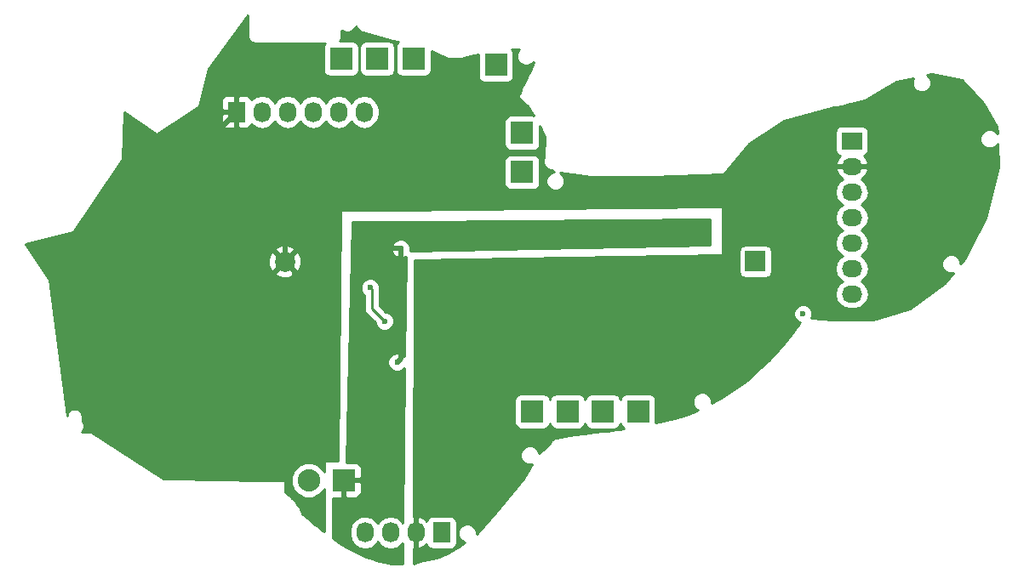
<source format=gbl>
G04 #@! TF.FileFunction,Copper,L2,Bot,Signal*
%FSLAX46Y46*%
G04 Gerber Fmt 4.6, Leading zero omitted, Abs format (unit mm)*
G04 Created by KiCad (PCBNEW (2015-04-17 BZR 5609)-product) date Sunday, 21 June 2015 08:11:59 pm*
%MOMM*%
G01*
G04 APERTURE LIST*
%ADD10C,0.100000*%
%ADD11C,2.235200*%
%ADD12R,1.727200X2.032000*%
%ADD13O,1.727200X2.032000*%
%ADD14R,2.235200X2.235200*%
%ADD15R,2.000000X2.000000*%
%ADD16C,2.000000*%
%ADD17R,2.032000X1.727200*%
%ADD18O,2.032000X1.727200*%
%ADD19C,0.600000*%
%ADD20C,0.500000*%
%ADD21C,0.250000*%
%ADD22C,0.254000*%
G04 APERTURE END LIST*
D10*
D11*
X137769600Y-126187200D03*
D12*
X130606800Y-89509600D03*
D13*
X133146800Y-89509600D03*
X135686800Y-89509600D03*
X138226800Y-89509600D03*
X140766800Y-89509600D03*
X143306800Y-89509600D03*
D14*
X160020000Y-119329200D03*
X163525200Y-119329200D03*
X167030400Y-119329200D03*
X170535600Y-119329200D03*
X159000000Y-91600000D03*
X156400000Y-84800000D03*
X148200000Y-84200000D03*
X144600000Y-84200000D03*
X141000000Y-84200000D03*
X159004000Y-95504000D03*
D15*
X182210800Y-104394000D03*
D16*
X135400800Y-104404000D03*
D12*
X151000000Y-131400000D03*
D13*
X148460000Y-131400000D03*
X145920000Y-131400000D03*
X143380000Y-131400000D03*
D14*
X141274800Y-126187200D03*
D17*
X191800000Y-92400000D03*
D18*
X191800000Y-94940000D03*
X191800000Y-97480000D03*
X191800000Y-100020000D03*
X191800000Y-102560000D03*
X191800000Y-105100000D03*
X191800000Y-107640000D03*
D19*
X186944000Y-109601000D03*
X146939000Y-103124000D03*
X143002000Y-100965000D03*
X146621500Y-114427000D03*
X165481000Y-101346000D03*
X157734000Y-101346000D03*
X146050000Y-134112000D03*
X152400000Y-106680000D03*
X137160000Y-113284000D03*
X119481600Y-120548400D03*
X143891000Y-107010200D03*
X145313400Y-110337600D03*
D20*
X146939000Y-103124000D02*
X146939000Y-114109500D01*
X143002000Y-101981000D02*
X144145000Y-103124000D01*
X144145000Y-103124000D02*
X146939000Y-103124000D01*
X143002000Y-100965000D02*
X143002000Y-101981000D01*
X146939000Y-114109500D02*
X146621500Y-114427000D01*
X136398000Y-105381200D02*
X135400800Y-104384000D01*
X136398000Y-112522000D02*
X136398000Y-105381200D01*
X137160000Y-113284000D02*
X136398000Y-112522000D01*
X124968000Y-95148400D02*
X130606800Y-89509600D01*
X124968000Y-115062000D02*
X124968000Y-95148400D01*
X119481600Y-120548400D02*
X124968000Y-115062000D01*
X135400800Y-104384000D02*
X135400800Y-101415600D01*
D21*
X135400800Y-101415600D02*
X130606800Y-96621600D01*
D20*
X130606800Y-96621600D02*
X130606800Y-89509600D01*
D21*
X143891000Y-107010200D02*
X144056100Y-107175300D01*
X144056100Y-107175300D02*
X144056100Y-109080300D01*
X144056100Y-109080300D02*
X145313400Y-110337600D01*
D22*
G36*
X206374511Y-94982323D02*
X205112361Y-100030922D01*
X202965718Y-104197934D01*
X202611001Y-104647241D01*
X202611162Y-104462833D01*
X202469117Y-104119057D01*
X202206327Y-103855808D01*
X201862799Y-103713162D01*
X201490833Y-103712838D01*
X201147057Y-103854883D01*
X200883808Y-104117673D01*
X200741162Y-104461201D01*
X200740838Y-104833167D01*
X200882883Y-105176943D01*
X201145673Y-105440192D01*
X201489201Y-105582838D01*
X201861167Y-105583162D01*
X201877417Y-105576447D01*
X201079500Y-106587143D01*
X197554825Y-109104769D01*
X193909746Y-110236000D01*
X193483345Y-110236000D01*
X193483345Y-107640000D01*
X193369271Y-107066511D01*
X193044415Y-106580330D01*
X192729634Y-106370000D01*
X193044415Y-106159670D01*
X193369271Y-105673489D01*
X193483345Y-105100000D01*
X193369271Y-104526511D01*
X193044415Y-104040330D01*
X192729634Y-103830000D01*
X193044415Y-103619670D01*
X193369271Y-103133489D01*
X193483345Y-102560000D01*
X193369271Y-101986511D01*
X193044415Y-101500330D01*
X192729634Y-101290000D01*
X193044415Y-101079670D01*
X193369271Y-100593489D01*
X193483345Y-100020000D01*
X193369271Y-99446511D01*
X193044415Y-98960330D01*
X192729634Y-98750000D01*
X193044415Y-98539670D01*
X193369271Y-98053489D01*
X193483345Y-97480000D01*
X193463440Y-97379930D01*
X193463440Y-93263600D01*
X193463440Y-91536400D01*
X193416463Y-91294277D01*
X193276673Y-91081473D01*
X193065640Y-90939023D01*
X192816000Y-90888960D01*
X190784000Y-90888960D01*
X190541877Y-90935937D01*
X190329073Y-91075727D01*
X190186623Y-91286760D01*
X190136560Y-91536400D01*
X190136560Y-93263600D01*
X190183537Y-93505723D01*
X190323327Y-93718527D01*
X190534360Y-93860977D01*
X190626645Y-93879483D01*
X190449268Y-94037964D01*
X190195291Y-94565209D01*
X190192642Y-94580974D01*
X190313783Y-94813000D01*
X191673000Y-94813000D01*
X191673000Y-94793000D01*
X191927000Y-94793000D01*
X191927000Y-94813000D01*
X193286217Y-94813000D01*
X193407358Y-94580974D01*
X193404709Y-94565209D01*
X193150732Y-94037964D01*
X192974298Y-93880326D01*
X193058123Y-93864063D01*
X193270927Y-93724273D01*
X193413377Y-93513240D01*
X193463440Y-93263600D01*
X193463440Y-97379930D01*
X193369271Y-96906511D01*
X193044415Y-96420330D01*
X192734930Y-96213539D01*
X193150732Y-95842036D01*
X193404709Y-95314791D01*
X193407358Y-95299026D01*
X193286217Y-95067000D01*
X191927000Y-95067000D01*
X191927000Y-95087000D01*
X191673000Y-95087000D01*
X191673000Y-95067000D01*
X190313783Y-95067000D01*
X190192642Y-95299026D01*
X190195291Y-95314791D01*
X190449268Y-95842036D01*
X190865069Y-96213539D01*
X190555585Y-96420330D01*
X190230729Y-96906511D01*
X190116655Y-97480000D01*
X190230729Y-98053489D01*
X190555585Y-98539670D01*
X190870365Y-98750000D01*
X190555585Y-98960330D01*
X190230729Y-99446511D01*
X190116655Y-100020000D01*
X190230729Y-100593489D01*
X190555585Y-101079670D01*
X190870365Y-101290000D01*
X190555585Y-101500330D01*
X190230729Y-101986511D01*
X190116655Y-102560000D01*
X190230729Y-103133489D01*
X190555585Y-103619670D01*
X190870365Y-103830000D01*
X190555585Y-104040330D01*
X190230729Y-104526511D01*
X190116655Y-105100000D01*
X190230729Y-105673489D01*
X190555585Y-106159670D01*
X190870365Y-106370000D01*
X190555585Y-106580330D01*
X190230729Y-107066511D01*
X190116655Y-107640000D01*
X190230729Y-108213489D01*
X190555585Y-108699670D01*
X191041766Y-109024526D01*
X191615255Y-109138600D01*
X191984745Y-109138600D01*
X192558234Y-109024526D01*
X193044415Y-108699670D01*
X193369271Y-108213489D01*
X193483345Y-107640000D01*
X193483345Y-110236000D01*
X189871034Y-110236000D01*
X187775595Y-110036434D01*
X187878838Y-109787799D01*
X187879162Y-109415833D01*
X187737117Y-109072057D01*
X187474327Y-108808808D01*
X187130799Y-108666162D01*
X186758833Y-108665838D01*
X186415057Y-108807883D01*
X186151808Y-109070673D01*
X186009162Y-109414201D01*
X186008838Y-109786167D01*
X186150883Y-110129943D01*
X186413673Y-110393192D01*
X186636657Y-110485783D01*
X186571210Y-110570647D01*
X186567945Y-110577225D01*
X186562511Y-110582174D01*
X186473112Y-110703291D01*
X186471904Y-110705858D01*
X186469823Y-110707785D01*
X186404478Y-110797836D01*
X185732686Y-111688794D01*
X185043299Y-112541876D01*
X184335720Y-113358604D01*
X183858240Y-113872121D01*
X183858240Y-105394000D01*
X183858240Y-103394000D01*
X183811263Y-103151877D01*
X183671473Y-102939073D01*
X183460440Y-102796623D01*
X183210800Y-102746560D01*
X181210800Y-102746560D01*
X180968677Y-102793537D01*
X180755873Y-102933327D01*
X180613423Y-103144360D01*
X180563360Y-103394000D01*
X180563360Y-105394000D01*
X180610337Y-105636123D01*
X180750127Y-105848927D01*
X180961160Y-105991377D01*
X181210800Y-106041440D01*
X183210800Y-106041440D01*
X183452923Y-105994463D01*
X183665727Y-105854673D01*
X183808177Y-105643640D01*
X183858240Y-105394000D01*
X183858240Y-113872121D01*
X183612311Y-114136612D01*
X182875480Y-114873502D01*
X182127782Y-115566791D01*
X181371670Y-116214147D01*
X181041738Y-116473539D01*
X178749441Y-118001738D01*
X177845871Y-118512451D01*
X177846162Y-118178833D01*
X177704117Y-117835057D01*
X177441327Y-117571808D01*
X177097799Y-117429162D01*
X176725833Y-117428838D01*
X176382057Y-117570883D01*
X176118808Y-117833673D01*
X175976162Y-118177201D01*
X175975838Y-118549167D01*
X176117883Y-118892943D01*
X176380673Y-119156192D01*
X176498011Y-119204915D01*
X176186486Y-119340919D01*
X175334620Y-119667624D01*
X174452335Y-119962220D01*
X174151366Y-120048865D01*
X172692718Y-120398941D01*
X172294256Y-120478633D01*
X172300640Y-120446800D01*
X172300640Y-118211600D01*
X172253663Y-117969477D01*
X172113873Y-117756673D01*
X171902840Y-117614223D01*
X171653200Y-117564160D01*
X169418000Y-117564160D01*
X169175877Y-117611137D01*
X168963073Y-117750927D01*
X168820623Y-117961960D01*
X168783205Y-118148542D01*
X168748463Y-117969477D01*
X168608673Y-117756673D01*
X168397640Y-117614223D01*
X168148000Y-117564160D01*
X165912800Y-117564160D01*
X165670677Y-117611137D01*
X165457873Y-117750927D01*
X165315423Y-117961960D01*
X165278005Y-118148542D01*
X165243263Y-117969477D01*
X165103473Y-117756673D01*
X164892440Y-117614223D01*
X164642800Y-117564160D01*
X162407600Y-117564160D01*
X162165477Y-117611137D01*
X161952673Y-117750927D01*
X161810223Y-117961960D01*
X161772805Y-118148542D01*
X161738063Y-117969477D01*
X161598273Y-117756673D01*
X161387240Y-117614223D01*
X161137600Y-117564160D01*
X158902400Y-117564160D01*
X158660277Y-117611137D01*
X158447473Y-117750927D01*
X158305023Y-117961960D01*
X158254960Y-118211600D01*
X158254960Y-120446800D01*
X158301937Y-120688923D01*
X158441727Y-120901727D01*
X158652760Y-121044177D01*
X158902400Y-121094240D01*
X161137600Y-121094240D01*
X161379723Y-121047263D01*
X161592527Y-120907473D01*
X161734977Y-120696440D01*
X161772394Y-120509857D01*
X161807137Y-120688923D01*
X161946927Y-120901727D01*
X162157960Y-121044177D01*
X162407600Y-121094240D01*
X164642800Y-121094240D01*
X164884923Y-121047263D01*
X165097727Y-120907473D01*
X165240177Y-120696440D01*
X165277594Y-120509857D01*
X165312337Y-120688923D01*
X165452127Y-120901727D01*
X165663160Y-121044177D01*
X165912800Y-121094240D01*
X168148000Y-121094240D01*
X168390123Y-121047263D01*
X168602927Y-120907473D01*
X168745377Y-120696440D01*
X168782794Y-120509857D01*
X168817537Y-120688923D01*
X168957327Y-120901727D01*
X169165983Y-121042573D01*
X169097610Y-121051401D01*
X168745752Y-121095475D01*
X168359511Y-121142669D01*
X167934308Y-121193605D01*
X167466362Y-121248811D01*
X166952126Y-121308791D01*
X166952124Y-121308791D01*
X166760577Y-121331046D01*
X166760480Y-121331077D01*
X166760380Y-121331069D01*
X166397568Y-121373329D01*
X166397362Y-121373395D01*
X166397146Y-121373378D01*
X166077334Y-121410831D01*
X166077010Y-121410935D01*
X166076675Y-121410909D01*
X165794781Y-121444198D01*
X165794313Y-121444349D01*
X165793825Y-121444312D01*
X165544770Y-121474077D01*
X165544118Y-121474289D01*
X165543438Y-121474238D01*
X165322144Y-121501126D01*
X165321290Y-121501406D01*
X165320395Y-121501341D01*
X165121780Y-121525992D01*
X165120713Y-121526345D01*
X165119594Y-121526267D01*
X164938579Y-121549325D01*
X164937335Y-121549741D01*
X164936025Y-121549655D01*
X164767533Y-121571762D01*
X164766185Y-121572218D01*
X164764765Y-121572131D01*
X164603714Y-121593930D01*
X164602376Y-121594389D01*
X164600966Y-121594308D01*
X164442278Y-121616442D01*
X164441080Y-121616858D01*
X164439814Y-121616790D01*
X164278410Y-121639901D01*
X164277449Y-121640239D01*
X164276433Y-121640187D01*
X164107232Y-121664918D01*
X164106556Y-121665158D01*
X164105840Y-121665123D01*
X163923763Y-121692118D01*
X163923057Y-121692370D01*
X163922306Y-121692335D01*
X163876194Y-121699273D01*
X163874583Y-121699852D01*
X163872877Y-121699781D01*
X163713564Y-121724550D01*
X163711806Y-121725192D01*
X163709932Y-121725124D01*
X163532265Y-121753724D01*
X163530938Y-121754217D01*
X163529526Y-121754171D01*
X163341123Y-121785283D01*
X163339999Y-121785706D01*
X163338802Y-121785671D01*
X163147283Y-121817974D01*
X163146213Y-121818380D01*
X163145066Y-121818351D01*
X162958046Y-121850527D01*
X162956893Y-121850969D01*
X162955660Y-121850942D01*
X162780761Y-121881670D01*
X162779334Y-121882223D01*
X162777809Y-121882196D01*
X162622647Y-121910157D01*
X162620574Y-121910972D01*
X162618345Y-121910946D01*
X162588557Y-121916510D01*
X162507272Y-121924639D01*
X162496893Y-121933633D01*
X162490538Y-121934821D01*
X162486749Y-121936338D01*
X162482670Y-121936339D01*
X162389838Y-121954807D01*
X162379162Y-121959229D01*
X162367613Y-121959613D01*
X162317372Y-121971354D01*
X162275309Y-121990437D01*
X162229764Y-121998118D01*
X162228606Y-121998558D01*
X162222696Y-122002260D01*
X162215848Y-122003557D01*
X162146943Y-122048677D01*
X162073977Y-122081782D01*
X162043064Y-122114819D01*
X162002123Y-122140474D01*
X161998081Y-122146155D01*
X161992248Y-122149975D01*
X161963679Y-122178018D01*
X161934382Y-122220993D01*
X161895647Y-122255704D01*
X161848588Y-122318411D01*
X161840537Y-122335185D01*
X161827364Y-122348328D01*
X161768081Y-122436824D01*
X161763270Y-122448399D01*
X161754720Y-122457567D01*
X161689480Y-122562976D01*
X161688446Y-122565739D01*
X161686451Y-122567916D01*
X161599143Y-122711683D01*
X160694195Y-123495972D01*
X160559117Y-123169057D01*
X160296327Y-122905808D01*
X159952799Y-122763162D01*
X159580833Y-122762838D01*
X159237057Y-122904883D01*
X158973808Y-123167673D01*
X158831162Y-123511201D01*
X158830838Y-123883167D01*
X158972883Y-124226943D01*
X159235673Y-124490192D01*
X159579201Y-124632838D01*
X159951167Y-124633162D01*
X159971770Y-124624648D01*
X159153157Y-126038617D01*
X156367716Y-129457113D01*
X154567184Y-131437697D01*
X154477944Y-131509003D01*
X154478162Y-131259833D01*
X154336117Y-130916057D01*
X154073327Y-130652808D01*
X153729799Y-130510162D01*
X153357833Y-130509838D01*
X153014057Y-130651883D01*
X152750808Y-130914673D01*
X152608162Y-131258201D01*
X152607838Y-131630167D01*
X152749883Y-131973943D01*
X153012673Y-132237192D01*
X153340856Y-132373466D01*
X152733002Y-132777500D01*
X152511040Y-132909613D01*
X152511040Y-132416000D01*
X152511040Y-130384000D01*
X152464063Y-130141877D01*
X152324273Y-129929073D01*
X152113240Y-129786623D01*
X151863600Y-129736560D01*
X150136400Y-129736560D01*
X149894277Y-129783537D01*
X149681473Y-129923327D01*
X149539023Y-130134360D01*
X149520516Y-130226645D01*
X149362036Y-130049268D01*
X148834791Y-129795291D01*
X148819026Y-129792642D01*
X148587000Y-129913783D01*
X148587000Y-131273000D01*
X148607000Y-131273000D01*
X148607000Y-131527000D01*
X148587000Y-131527000D01*
X148587000Y-132886217D01*
X148819026Y-133007358D01*
X148834791Y-133004709D01*
X149362036Y-132750732D01*
X149519673Y-132574298D01*
X149535937Y-132658123D01*
X149675727Y-132870927D01*
X149886760Y-133013377D01*
X150136400Y-133063440D01*
X151863600Y-133063440D01*
X152105723Y-133016463D01*
X152318527Y-132876673D01*
X152460977Y-132665640D01*
X152511040Y-132416000D01*
X152511040Y-132909613D01*
X152115291Y-133145166D01*
X151502492Y-133466796D01*
X150892799Y-133743692D01*
X150539294Y-133879311D01*
X148801832Y-134245094D01*
X148430505Y-134430757D01*
X148210209Y-134455823D01*
X148216470Y-132947057D01*
X148333000Y-132886217D01*
X148333000Y-131527000D01*
X148313000Y-131527000D01*
X148313000Y-131273000D01*
X148333000Y-131273000D01*
X148333000Y-129913783D01*
X148229281Y-129859631D01*
X148335483Y-104264918D01*
X178943000Y-103756910D01*
X178943000Y-98931684D01*
X160769040Y-99119044D01*
X160769040Y-96621600D01*
X160769040Y-94386400D01*
X160722063Y-94144277D01*
X160582273Y-93931473D01*
X160371240Y-93789023D01*
X160121600Y-93738960D01*
X157886400Y-93738960D01*
X157644277Y-93785937D01*
X157431473Y-93925727D01*
X157289023Y-94136760D01*
X157238960Y-94386400D01*
X157238960Y-96621600D01*
X157285937Y-96863723D01*
X157425727Y-97076527D01*
X157636760Y-97218977D01*
X157886400Y-97269040D01*
X160121600Y-97269040D01*
X160363723Y-97222063D01*
X160576527Y-97082273D01*
X160718977Y-96871240D01*
X160769040Y-96621600D01*
X160769040Y-99119044D01*
X146365040Y-99267539D01*
X146365040Y-85317600D01*
X146365040Y-83082400D01*
X146318063Y-82840277D01*
X146178273Y-82627473D01*
X145967240Y-82485023D01*
X145717600Y-82434960D01*
X143482400Y-82434960D01*
X143240277Y-82481937D01*
X143027473Y-82621727D01*
X142885023Y-82832760D01*
X142834960Y-83082400D01*
X142834960Y-85317600D01*
X142881937Y-85559723D01*
X143021727Y-85772527D01*
X143232760Y-85914977D01*
X143482400Y-85965040D01*
X145717600Y-85965040D01*
X145959723Y-85918063D01*
X146172527Y-85778273D01*
X146314977Y-85567240D01*
X146365040Y-85317600D01*
X146365040Y-99267539D01*
X144805400Y-99283617D01*
X144805400Y-89694345D01*
X144805400Y-89324855D01*
X144691326Y-88751366D01*
X144366470Y-88265185D01*
X143880289Y-87940329D01*
X143306800Y-87826255D01*
X142733311Y-87940329D01*
X142247130Y-88265185D01*
X142036800Y-88579965D01*
X141826470Y-88265185D01*
X141340289Y-87940329D01*
X140766800Y-87826255D01*
X140193311Y-87940329D01*
X139707130Y-88265185D01*
X139496800Y-88579965D01*
X139286470Y-88265185D01*
X138800289Y-87940329D01*
X138226800Y-87826255D01*
X137653311Y-87940329D01*
X137167130Y-88265185D01*
X136956800Y-88579965D01*
X136746470Y-88265185D01*
X136260289Y-87940329D01*
X135686800Y-87826255D01*
X135113311Y-87940329D01*
X134627130Y-88265185D01*
X134416800Y-88579965D01*
X134206470Y-88265185D01*
X133720289Y-87940329D01*
X133146800Y-87826255D01*
X132573311Y-87940329D01*
X132087130Y-88265185D01*
X132072300Y-88287379D01*
X132008727Y-88133901D01*
X131830098Y-87955273D01*
X131596709Y-87858600D01*
X130892550Y-87858600D01*
X130733800Y-88017350D01*
X130733800Y-89382600D01*
X130753800Y-89382600D01*
X130753800Y-89636600D01*
X130733800Y-89636600D01*
X130733800Y-91001850D01*
X130892550Y-91160600D01*
X131596709Y-91160600D01*
X131830098Y-91063927D01*
X132008727Y-90885299D01*
X132072300Y-90731820D01*
X132087130Y-90754015D01*
X132573311Y-91078871D01*
X133146800Y-91192945D01*
X133720289Y-91078871D01*
X134206470Y-90754015D01*
X134416800Y-90439234D01*
X134627130Y-90754015D01*
X135113311Y-91078871D01*
X135686800Y-91192945D01*
X136260289Y-91078871D01*
X136746470Y-90754015D01*
X136956800Y-90439234D01*
X137167130Y-90754015D01*
X137653311Y-91078871D01*
X138226800Y-91192945D01*
X138800289Y-91078871D01*
X139286470Y-90754015D01*
X139496800Y-90439234D01*
X139707130Y-90754015D01*
X140193311Y-91078871D01*
X140766800Y-91192945D01*
X141340289Y-91078871D01*
X141826470Y-90754015D01*
X142036800Y-90439234D01*
X142247130Y-90754015D01*
X142733311Y-91078871D01*
X143306800Y-91192945D01*
X143880289Y-91078871D01*
X144366470Y-90754015D01*
X144691326Y-90267834D01*
X144805400Y-89694345D01*
X144805400Y-99283617D01*
X141858345Y-99314000D01*
X140943566Y-99314000D01*
X140691876Y-124231400D01*
X139319000Y-124231400D01*
X139319000Y-125347600D01*
X139256248Y-125195729D01*
X138763664Y-124702285D01*
X138119743Y-124434905D01*
X137422516Y-124434297D01*
X137046708Y-124589577D01*
X137046708Y-104668539D01*
X137022656Y-104018540D01*
X136820187Y-103529736D01*
X136553332Y-103431073D01*
X136373727Y-103610678D01*
X136373727Y-103251468D01*
X136275064Y-102984613D01*
X135665339Y-102758092D01*
X135015340Y-102782144D01*
X134526536Y-102984613D01*
X134427873Y-103251468D01*
X135400800Y-104224395D01*
X136373727Y-103251468D01*
X136373727Y-103610678D01*
X135580405Y-104404000D01*
X136553332Y-105376927D01*
X136820187Y-105278264D01*
X137046708Y-104668539D01*
X137046708Y-124589577D01*
X136778129Y-124700552D01*
X136373727Y-125104249D01*
X136373727Y-105556532D01*
X135400800Y-104583605D01*
X135221195Y-104763210D01*
X135221195Y-104404000D01*
X134248268Y-103431073D01*
X133981413Y-103529736D01*
X133754892Y-104139461D01*
X133778944Y-104789460D01*
X133981413Y-105278264D01*
X134248268Y-105376927D01*
X135221195Y-104404000D01*
X135221195Y-104763210D01*
X134427873Y-105556532D01*
X134526536Y-105823387D01*
X135136261Y-106049908D01*
X135786260Y-106025856D01*
X136275064Y-105823387D01*
X136373727Y-105556532D01*
X136373727Y-125104249D01*
X136284685Y-125193136D01*
X136017305Y-125837057D01*
X136016697Y-126534284D01*
X136282952Y-127178671D01*
X136775536Y-127672115D01*
X137419457Y-127939495D01*
X138116684Y-127940103D01*
X138761071Y-127673848D01*
X139254515Y-127181264D01*
X139319000Y-127025967D01*
X139319000Y-131293223D01*
X139198272Y-131197363D01*
X138973797Y-131016190D01*
X138722543Y-130810835D01*
X138437727Y-130575915D01*
X138437472Y-130575704D01*
X138437165Y-130575451D01*
X138225131Y-130400183D01*
X138224542Y-130399865D01*
X138224119Y-130399348D01*
X137996260Y-130211732D01*
X137995298Y-130211215D01*
X137994601Y-130210369D01*
X137799709Y-130050921D01*
X137798262Y-130050150D01*
X137797214Y-130048889D01*
X137632051Y-129915053D01*
X137629904Y-129913922D01*
X137628340Y-129912067D01*
X137489667Y-129801286D01*
X137486497Y-129799645D01*
X137484167Y-129796937D01*
X137368746Y-129706651D01*
X137364070Y-129704291D01*
X137360595Y-129700373D01*
X137265189Y-129628026D01*
X137258343Y-129624698D01*
X137253172Y-129619119D01*
X137174543Y-129562154D01*
X137164712Y-129557638D01*
X137157117Y-129549938D01*
X137155504Y-129548844D01*
X137099401Y-129389824D01*
X137081767Y-129360107D01*
X137073464Y-129326563D01*
X136955180Y-129074678D01*
X136938171Y-129051612D01*
X136929012Y-129024461D01*
X136779532Y-128764426D01*
X136762710Y-128745172D01*
X136752776Y-128721614D01*
X136578013Y-128463646D01*
X136559924Y-128445787D01*
X136548359Y-128423152D01*
X136354222Y-128177466D01*
X136335876Y-128161833D01*
X136323446Y-128141183D01*
X136175810Y-127978907D01*
X136152558Y-127961730D01*
X136135638Y-127938291D01*
X135825388Y-127649737D01*
X135796352Y-127631822D01*
X135773758Y-127606259D01*
X135458200Y-127366069D01*
X135458200Y-126214197D01*
X131051320Y-126158413D01*
X131002989Y-126157652D01*
X131002465Y-126157747D01*
X131001943Y-126157636D01*
X130705637Y-126153419D01*
X130705256Y-126153489D01*
X130704879Y-126153409D01*
X130479800Y-126150454D01*
X130479800Y-91001850D01*
X130479800Y-89636600D01*
X130479800Y-89382600D01*
X130479800Y-88017350D01*
X130321050Y-87858600D01*
X129616891Y-87858600D01*
X129383502Y-87955273D01*
X129204873Y-88133901D01*
X129108200Y-88367290D01*
X129108200Y-88619909D01*
X129108200Y-89223850D01*
X129266950Y-89382600D01*
X130479800Y-89382600D01*
X130479800Y-89636600D01*
X129266950Y-89636600D01*
X129108200Y-89795350D01*
X129108200Y-90399291D01*
X129108200Y-90651910D01*
X129204873Y-90885299D01*
X129383502Y-91063927D01*
X129616891Y-91160600D01*
X130321050Y-91160600D01*
X130479800Y-91001850D01*
X130479800Y-126150454D01*
X130372390Y-126149045D01*
X130372120Y-126149095D01*
X130371851Y-126149038D01*
X130000736Y-126144459D01*
X130000546Y-126144494D01*
X130000361Y-126144455D01*
X129588175Y-126139595D01*
X129588052Y-126139617D01*
X129587929Y-126139592D01*
X129345368Y-126136819D01*
X123545253Y-126063400D01*
X123328557Y-126059438D01*
X116163025Y-121333236D01*
X115755057Y-121360433D01*
X115749374Y-121359933D01*
X115640155Y-121342702D01*
X115617000Y-121348275D01*
X115593272Y-121346186D01*
X115530587Y-121353015D01*
X115494406Y-121364400D01*
X115456485Y-121365229D01*
X115359046Y-121386834D01*
X115191881Y-121397979D01*
X115282692Y-121307327D01*
X115425338Y-120963799D01*
X115425662Y-120591833D01*
X115283617Y-120248057D01*
X115250500Y-120214882D01*
X115250500Y-119824500D01*
X115192648Y-119533661D01*
X115027901Y-119287099D01*
X114781339Y-119122352D01*
X114490500Y-119064500D01*
X114199661Y-119122352D01*
X113953099Y-119287099D01*
X113788352Y-119533661D01*
X113736487Y-119794399D01*
X111983765Y-106177095D01*
X109628835Y-102644700D01*
X114377746Y-101457472D01*
X119302583Y-94224117D01*
X119448908Y-89541730D01*
X122681202Y-91745567D01*
X126908100Y-88927635D01*
X127828403Y-85246420D01*
X131750600Y-79867407D01*
X131750600Y-81991200D01*
X131802743Y-82253338D01*
X131951232Y-82475568D01*
X132173462Y-82624057D01*
X132435600Y-82676200D01*
X139390703Y-82676200D01*
X139285023Y-82832760D01*
X139234960Y-83082400D01*
X139234960Y-85317600D01*
X139281937Y-85559723D01*
X139421727Y-85772527D01*
X139632760Y-85914977D01*
X139882400Y-85965040D01*
X142117600Y-85965040D01*
X142359723Y-85918063D01*
X142572527Y-85778273D01*
X142714977Y-85567240D01*
X142765040Y-85317600D01*
X142765040Y-83082400D01*
X142718063Y-82840277D01*
X142578273Y-82627473D01*
X142367240Y-82485023D01*
X142117600Y-82434960D01*
X140871901Y-82434960D01*
X140993257Y-82253338D01*
X141045400Y-81991200D01*
X141045400Y-81407867D01*
X141074673Y-81437192D01*
X141418201Y-81579838D01*
X141790167Y-81580162D01*
X142133943Y-81438117D01*
X142397192Y-81175327D01*
X142488984Y-80954268D01*
X142927450Y-81518010D01*
X146145583Y-82419088D01*
X146730477Y-82554063D01*
X146627473Y-82621727D01*
X146485023Y-82832760D01*
X146434960Y-83082400D01*
X146434960Y-85317600D01*
X146481937Y-85559723D01*
X146621727Y-85772527D01*
X146832760Y-85914977D01*
X147082400Y-85965040D01*
X149317600Y-85965040D01*
X149559723Y-85918063D01*
X149772527Y-85778273D01*
X149914977Y-85567240D01*
X149965040Y-85317600D01*
X149965040Y-83427084D01*
X151609611Y-84201000D01*
X152459067Y-84201000D01*
X152462182Y-84203117D01*
X152569304Y-84225305D01*
X152674535Y-84255154D01*
X152699390Y-84252250D01*
X152723901Y-84257327D01*
X152831360Y-84236831D01*
X152940003Y-84224139D01*
X153443660Y-84061326D01*
X153450220Y-84059238D01*
X154634960Y-83803078D01*
X154634960Y-85917600D01*
X154681937Y-86159723D01*
X154821727Y-86372527D01*
X155032760Y-86514977D01*
X155282400Y-86565040D01*
X157517600Y-86565040D01*
X157759723Y-86518063D01*
X157972527Y-86378273D01*
X158114977Y-86167240D01*
X158165040Y-85917600D01*
X158165040Y-83682400D01*
X158118063Y-83440277D01*
X157985808Y-83238944D01*
X158695963Y-83313697D01*
X158592808Y-83416673D01*
X158450162Y-83760201D01*
X158449838Y-84132167D01*
X158591883Y-84475943D01*
X158854673Y-84739192D01*
X159198201Y-84881838D01*
X159570167Y-84882162D01*
X159913943Y-84740117D01*
X160127123Y-84527308D01*
X159804852Y-85386696D01*
X159710956Y-85588739D01*
X159597789Y-85823167D01*
X159464218Y-86092345D01*
X159307272Y-86402641D01*
X159234837Y-86545189D01*
X159234616Y-86545975D01*
X159234111Y-86546621D01*
X159146938Y-86719171D01*
X159146662Y-86720160D01*
X159146033Y-86720970D01*
X159068741Y-86875086D01*
X159068395Y-86876341D01*
X159067599Y-86877373D01*
X159002849Y-87007692D01*
X159002329Y-87009607D01*
X159001126Y-87011185D01*
X158951580Y-87112343D01*
X158950540Y-87116263D01*
X158948119Y-87119515D01*
X158916439Y-87186146D01*
X158912290Y-87202567D01*
X158902846Y-87216629D01*
X158891695Y-87243369D01*
X158884003Y-87281561D01*
X158866056Y-87316141D01*
X158864786Y-87330858D01*
X158859324Y-87342450D01*
X158855468Y-87423244D01*
X158851270Y-87444085D01*
X158850970Y-87445277D01*
X158850995Y-87445452D01*
X158838926Y-87505382D01*
X158846435Y-87543610D01*
X158843087Y-87582426D01*
X158843191Y-87583365D01*
X158844937Y-87588882D01*
X158591607Y-88032212D01*
X159542151Y-88982757D01*
X160169505Y-89845369D01*
X160117600Y-89834960D01*
X157882400Y-89834960D01*
X157640277Y-89881937D01*
X157427473Y-90021727D01*
X157285023Y-90232760D01*
X157234960Y-90482400D01*
X157234960Y-92717600D01*
X157281937Y-92959723D01*
X157421727Y-93172527D01*
X157632760Y-93314977D01*
X157882400Y-93365040D01*
X160117600Y-93365040D01*
X160359723Y-93318063D01*
X160572527Y-93178273D01*
X160714977Y-92967240D01*
X160765040Y-92717600D01*
X160765040Y-90876160D01*
X161252075Y-92012578D01*
X161247786Y-92351243D01*
X161231608Y-92752492D01*
X161203793Y-93199686D01*
X161164208Y-93699016D01*
X161152258Y-93842811D01*
X161152509Y-93845020D01*
X161151911Y-93847159D01*
X161139617Y-94007447D01*
X161139914Y-94009916D01*
X161139261Y-94012316D01*
X161129206Y-94156921D01*
X161129634Y-94160275D01*
X161128778Y-94163545D01*
X161121765Y-94280814D01*
X161122682Y-94287485D01*
X161121102Y-94294034D01*
X161117937Y-94372317D01*
X161119165Y-94380127D01*
X161117486Y-94387851D01*
X161114607Y-94550302D01*
X161119144Y-94575434D01*
X161115570Y-94600722D01*
X161142748Y-94706163D01*
X161162096Y-94813323D01*
X161175906Y-94834806D01*
X161182281Y-94859537D01*
X161247741Y-94946551D01*
X161306624Y-95038149D01*
X161327604Y-95052712D01*
X161342958Y-95073121D01*
X161436734Y-95128461D01*
X161526188Y-95190553D01*
X161551144Y-95195978D01*
X161573139Y-95208958D01*
X161712979Y-95257919D01*
X161724791Y-95259588D01*
X161735269Y-95265297D01*
X161835536Y-95296589D01*
X161859735Y-95299167D01*
X161881869Y-95309284D01*
X161966614Y-95329337D01*
X162191598Y-95457899D01*
X162120833Y-95457838D01*
X161777057Y-95599883D01*
X161513808Y-95862673D01*
X161371162Y-96206201D01*
X161370838Y-96578167D01*
X161512883Y-96921943D01*
X161775673Y-97185192D01*
X162119201Y-97327838D01*
X162491167Y-97328162D01*
X162834943Y-97186117D01*
X163098192Y-96923327D01*
X163240838Y-96579799D01*
X163241162Y-96207833D01*
X163099117Y-95864057D01*
X162836327Y-95600808D01*
X162763790Y-95570687D01*
X165852974Y-96012000D01*
X171833267Y-96012000D01*
X179004239Y-95755894D01*
X181568080Y-92679284D01*
X185091253Y-90414388D01*
X190043386Y-89063805D01*
X190161823Y-89046533D01*
X190162286Y-89046368D01*
X190162775Y-89046393D01*
X190348076Y-89019103D01*
X190348710Y-89018876D01*
X190349383Y-89018909D01*
X190504168Y-88995808D01*
X190505270Y-88995412D01*
X190506443Y-88995465D01*
X190620793Y-88978006D01*
X190621805Y-88977639D01*
X190622882Y-88977684D01*
X190966012Y-88924211D01*
X191089043Y-88879168D01*
X191212384Y-88835110D01*
X191355543Y-88749406D01*
X193087044Y-88384880D01*
X196262245Y-86479759D01*
X197948368Y-86118446D01*
X197820162Y-86427201D01*
X197819838Y-86799167D01*
X197961883Y-87142943D01*
X198224673Y-87406192D01*
X198568201Y-87548838D01*
X198940167Y-87549162D01*
X199283943Y-87407117D01*
X199547192Y-87144327D01*
X199689838Y-86800799D01*
X199690162Y-86428833D01*
X199548117Y-86085057D01*
X199293672Y-85830167D01*
X199771370Y-85727804D01*
X202754054Y-86349196D01*
X204875507Y-88595441D01*
X206249061Y-90967944D01*
X206270836Y-91664762D01*
X206016327Y-91409808D01*
X205672799Y-91267162D01*
X205300833Y-91266838D01*
X204957057Y-91408883D01*
X204693808Y-91671673D01*
X204551162Y-92015201D01*
X204550838Y-92387167D01*
X204692883Y-92730943D01*
X204955673Y-92994192D01*
X205299201Y-93136838D01*
X205671167Y-93137162D01*
X206014943Y-92995117D01*
X206278192Y-92732327D01*
X206302378Y-92674080D01*
X206374511Y-94982323D01*
X206374511Y-94982323D01*
G37*
X206374511Y-94982323D02*
X205112361Y-100030922D01*
X202965718Y-104197934D01*
X202611001Y-104647241D01*
X202611162Y-104462833D01*
X202469117Y-104119057D01*
X202206327Y-103855808D01*
X201862799Y-103713162D01*
X201490833Y-103712838D01*
X201147057Y-103854883D01*
X200883808Y-104117673D01*
X200741162Y-104461201D01*
X200740838Y-104833167D01*
X200882883Y-105176943D01*
X201145673Y-105440192D01*
X201489201Y-105582838D01*
X201861167Y-105583162D01*
X201877417Y-105576447D01*
X201079500Y-106587143D01*
X197554825Y-109104769D01*
X193909746Y-110236000D01*
X193483345Y-110236000D01*
X193483345Y-107640000D01*
X193369271Y-107066511D01*
X193044415Y-106580330D01*
X192729634Y-106370000D01*
X193044415Y-106159670D01*
X193369271Y-105673489D01*
X193483345Y-105100000D01*
X193369271Y-104526511D01*
X193044415Y-104040330D01*
X192729634Y-103830000D01*
X193044415Y-103619670D01*
X193369271Y-103133489D01*
X193483345Y-102560000D01*
X193369271Y-101986511D01*
X193044415Y-101500330D01*
X192729634Y-101290000D01*
X193044415Y-101079670D01*
X193369271Y-100593489D01*
X193483345Y-100020000D01*
X193369271Y-99446511D01*
X193044415Y-98960330D01*
X192729634Y-98750000D01*
X193044415Y-98539670D01*
X193369271Y-98053489D01*
X193483345Y-97480000D01*
X193463440Y-97379930D01*
X193463440Y-93263600D01*
X193463440Y-91536400D01*
X193416463Y-91294277D01*
X193276673Y-91081473D01*
X193065640Y-90939023D01*
X192816000Y-90888960D01*
X190784000Y-90888960D01*
X190541877Y-90935937D01*
X190329073Y-91075727D01*
X190186623Y-91286760D01*
X190136560Y-91536400D01*
X190136560Y-93263600D01*
X190183537Y-93505723D01*
X190323327Y-93718527D01*
X190534360Y-93860977D01*
X190626645Y-93879483D01*
X190449268Y-94037964D01*
X190195291Y-94565209D01*
X190192642Y-94580974D01*
X190313783Y-94813000D01*
X191673000Y-94813000D01*
X191673000Y-94793000D01*
X191927000Y-94793000D01*
X191927000Y-94813000D01*
X193286217Y-94813000D01*
X193407358Y-94580974D01*
X193404709Y-94565209D01*
X193150732Y-94037964D01*
X192974298Y-93880326D01*
X193058123Y-93864063D01*
X193270927Y-93724273D01*
X193413377Y-93513240D01*
X193463440Y-93263600D01*
X193463440Y-97379930D01*
X193369271Y-96906511D01*
X193044415Y-96420330D01*
X192734930Y-96213539D01*
X193150732Y-95842036D01*
X193404709Y-95314791D01*
X193407358Y-95299026D01*
X193286217Y-95067000D01*
X191927000Y-95067000D01*
X191927000Y-95087000D01*
X191673000Y-95087000D01*
X191673000Y-95067000D01*
X190313783Y-95067000D01*
X190192642Y-95299026D01*
X190195291Y-95314791D01*
X190449268Y-95842036D01*
X190865069Y-96213539D01*
X190555585Y-96420330D01*
X190230729Y-96906511D01*
X190116655Y-97480000D01*
X190230729Y-98053489D01*
X190555585Y-98539670D01*
X190870365Y-98750000D01*
X190555585Y-98960330D01*
X190230729Y-99446511D01*
X190116655Y-100020000D01*
X190230729Y-100593489D01*
X190555585Y-101079670D01*
X190870365Y-101290000D01*
X190555585Y-101500330D01*
X190230729Y-101986511D01*
X190116655Y-102560000D01*
X190230729Y-103133489D01*
X190555585Y-103619670D01*
X190870365Y-103830000D01*
X190555585Y-104040330D01*
X190230729Y-104526511D01*
X190116655Y-105100000D01*
X190230729Y-105673489D01*
X190555585Y-106159670D01*
X190870365Y-106370000D01*
X190555585Y-106580330D01*
X190230729Y-107066511D01*
X190116655Y-107640000D01*
X190230729Y-108213489D01*
X190555585Y-108699670D01*
X191041766Y-109024526D01*
X191615255Y-109138600D01*
X191984745Y-109138600D01*
X192558234Y-109024526D01*
X193044415Y-108699670D01*
X193369271Y-108213489D01*
X193483345Y-107640000D01*
X193483345Y-110236000D01*
X189871034Y-110236000D01*
X187775595Y-110036434D01*
X187878838Y-109787799D01*
X187879162Y-109415833D01*
X187737117Y-109072057D01*
X187474327Y-108808808D01*
X187130799Y-108666162D01*
X186758833Y-108665838D01*
X186415057Y-108807883D01*
X186151808Y-109070673D01*
X186009162Y-109414201D01*
X186008838Y-109786167D01*
X186150883Y-110129943D01*
X186413673Y-110393192D01*
X186636657Y-110485783D01*
X186571210Y-110570647D01*
X186567945Y-110577225D01*
X186562511Y-110582174D01*
X186473112Y-110703291D01*
X186471904Y-110705858D01*
X186469823Y-110707785D01*
X186404478Y-110797836D01*
X185732686Y-111688794D01*
X185043299Y-112541876D01*
X184335720Y-113358604D01*
X183858240Y-113872121D01*
X183858240Y-105394000D01*
X183858240Y-103394000D01*
X183811263Y-103151877D01*
X183671473Y-102939073D01*
X183460440Y-102796623D01*
X183210800Y-102746560D01*
X181210800Y-102746560D01*
X180968677Y-102793537D01*
X180755873Y-102933327D01*
X180613423Y-103144360D01*
X180563360Y-103394000D01*
X180563360Y-105394000D01*
X180610337Y-105636123D01*
X180750127Y-105848927D01*
X180961160Y-105991377D01*
X181210800Y-106041440D01*
X183210800Y-106041440D01*
X183452923Y-105994463D01*
X183665727Y-105854673D01*
X183808177Y-105643640D01*
X183858240Y-105394000D01*
X183858240Y-113872121D01*
X183612311Y-114136612D01*
X182875480Y-114873502D01*
X182127782Y-115566791D01*
X181371670Y-116214147D01*
X181041738Y-116473539D01*
X178749441Y-118001738D01*
X177845871Y-118512451D01*
X177846162Y-118178833D01*
X177704117Y-117835057D01*
X177441327Y-117571808D01*
X177097799Y-117429162D01*
X176725833Y-117428838D01*
X176382057Y-117570883D01*
X176118808Y-117833673D01*
X175976162Y-118177201D01*
X175975838Y-118549167D01*
X176117883Y-118892943D01*
X176380673Y-119156192D01*
X176498011Y-119204915D01*
X176186486Y-119340919D01*
X175334620Y-119667624D01*
X174452335Y-119962220D01*
X174151366Y-120048865D01*
X172692718Y-120398941D01*
X172294256Y-120478633D01*
X172300640Y-120446800D01*
X172300640Y-118211600D01*
X172253663Y-117969477D01*
X172113873Y-117756673D01*
X171902840Y-117614223D01*
X171653200Y-117564160D01*
X169418000Y-117564160D01*
X169175877Y-117611137D01*
X168963073Y-117750927D01*
X168820623Y-117961960D01*
X168783205Y-118148542D01*
X168748463Y-117969477D01*
X168608673Y-117756673D01*
X168397640Y-117614223D01*
X168148000Y-117564160D01*
X165912800Y-117564160D01*
X165670677Y-117611137D01*
X165457873Y-117750927D01*
X165315423Y-117961960D01*
X165278005Y-118148542D01*
X165243263Y-117969477D01*
X165103473Y-117756673D01*
X164892440Y-117614223D01*
X164642800Y-117564160D01*
X162407600Y-117564160D01*
X162165477Y-117611137D01*
X161952673Y-117750927D01*
X161810223Y-117961960D01*
X161772805Y-118148542D01*
X161738063Y-117969477D01*
X161598273Y-117756673D01*
X161387240Y-117614223D01*
X161137600Y-117564160D01*
X158902400Y-117564160D01*
X158660277Y-117611137D01*
X158447473Y-117750927D01*
X158305023Y-117961960D01*
X158254960Y-118211600D01*
X158254960Y-120446800D01*
X158301937Y-120688923D01*
X158441727Y-120901727D01*
X158652760Y-121044177D01*
X158902400Y-121094240D01*
X161137600Y-121094240D01*
X161379723Y-121047263D01*
X161592527Y-120907473D01*
X161734977Y-120696440D01*
X161772394Y-120509857D01*
X161807137Y-120688923D01*
X161946927Y-120901727D01*
X162157960Y-121044177D01*
X162407600Y-121094240D01*
X164642800Y-121094240D01*
X164884923Y-121047263D01*
X165097727Y-120907473D01*
X165240177Y-120696440D01*
X165277594Y-120509857D01*
X165312337Y-120688923D01*
X165452127Y-120901727D01*
X165663160Y-121044177D01*
X165912800Y-121094240D01*
X168148000Y-121094240D01*
X168390123Y-121047263D01*
X168602927Y-120907473D01*
X168745377Y-120696440D01*
X168782794Y-120509857D01*
X168817537Y-120688923D01*
X168957327Y-120901727D01*
X169165983Y-121042573D01*
X169097610Y-121051401D01*
X168745752Y-121095475D01*
X168359511Y-121142669D01*
X167934308Y-121193605D01*
X167466362Y-121248811D01*
X166952126Y-121308791D01*
X166952124Y-121308791D01*
X166760577Y-121331046D01*
X166760480Y-121331077D01*
X166760380Y-121331069D01*
X166397568Y-121373329D01*
X166397362Y-121373395D01*
X166397146Y-121373378D01*
X166077334Y-121410831D01*
X166077010Y-121410935D01*
X166076675Y-121410909D01*
X165794781Y-121444198D01*
X165794313Y-121444349D01*
X165793825Y-121444312D01*
X165544770Y-121474077D01*
X165544118Y-121474289D01*
X165543438Y-121474238D01*
X165322144Y-121501126D01*
X165321290Y-121501406D01*
X165320395Y-121501341D01*
X165121780Y-121525992D01*
X165120713Y-121526345D01*
X165119594Y-121526267D01*
X164938579Y-121549325D01*
X164937335Y-121549741D01*
X164936025Y-121549655D01*
X164767533Y-121571762D01*
X164766185Y-121572218D01*
X164764765Y-121572131D01*
X164603714Y-121593930D01*
X164602376Y-121594389D01*
X164600966Y-121594308D01*
X164442278Y-121616442D01*
X164441080Y-121616858D01*
X164439814Y-121616790D01*
X164278410Y-121639901D01*
X164277449Y-121640239D01*
X164276433Y-121640187D01*
X164107232Y-121664918D01*
X164106556Y-121665158D01*
X164105840Y-121665123D01*
X163923763Y-121692118D01*
X163923057Y-121692370D01*
X163922306Y-121692335D01*
X163876194Y-121699273D01*
X163874583Y-121699852D01*
X163872877Y-121699781D01*
X163713564Y-121724550D01*
X163711806Y-121725192D01*
X163709932Y-121725124D01*
X163532265Y-121753724D01*
X163530938Y-121754217D01*
X163529526Y-121754171D01*
X163341123Y-121785283D01*
X163339999Y-121785706D01*
X163338802Y-121785671D01*
X163147283Y-121817974D01*
X163146213Y-121818380D01*
X163145066Y-121818351D01*
X162958046Y-121850527D01*
X162956893Y-121850969D01*
X162955660Y-121850942D01*
X162780761Y-121881670D01*
X162779334Y-121882223D01*
X162777809Y-121882196D01*
X162622647Y-121910157D01*
X162620574Y-121910972D01*
X162618345Y-121910946D01*
X162588557Y-121916510D01*
X162507272Y-121924639D01*
X162496893Y-121933633D01*
X162490538Y-121934821D01*
X162486749Y-121936338D01*
X162482670Y-121936339D01*
X162389838Y-121954807D01*
X162379162Y-121959229D01*
X162367613Y-121959613D01*
X162317372Y-121971354D01*
X162275309Y-121990437D01*
X162229764Y-121998118D01*
X162228606Y-121998558D01*
X162222696Y-122002260D01*
X162215848Y-122003557D01*
X162146943Y-122048677D01*
X162073977Y-122081782D01*
X162043064Y-122114819D01*
X162002123Y-122140474D01*
X161998081Y-122146155D01*
X161992248Y-122149975D01*
X161963679Y-122178018D01*
X161934382Y-122220993D01*
X161895647Y-122255704D01*
X161848588Y-122318411D01*
X161840537Y-122335185D01*
X161827364Y-122348328D01*
X161768081Y-122436824D01*
X161763270Y-122448399D01*
X161754720Y-122457567D01*
X161689480Y-122562976D01*
X161688446Y-122565739D01*
X161686451Y-122567916D01*
X161599143Y-122711683D01*
X160694195Y-123495972D01*
X160559117Y-123169057D01*
X160296327Y-122905808D01*
X159952799Y-122763162D01*
X159580833Y-122762838D01*
X159237057Y-122904883D01*
X158973808Y-123167673D01*
X158831162Y-123511201D01*
X158830838Y-123883167D01*
X158972883Y-124226943D01*
X159235673Y-124490192D01*
X159579201Y-124632838D01*
X159951167Y-124633162D01*
X159971770Y-124624648D01*
X159153157Y-126038617D01*
X156367716Y-129457113D01*
X154567184Y-131437697D01*
X154477944Y-131509003D01*
X154478162Y-131259833D01*
X154336117Y-130916057D01*
X154073327Y-130652808D01*
X153729799Y-130510162D01*
X153357833Y-130509838D01*
X153014057Y-130651883D01*
X152750808Y-130914673D01*
X152608162Y-131258201D01*
X152607838Y-131630167D01*
X152749883Y-131973943D01*
X153012673Y-132237192D01*
X153340856Y-132373466D01*
X152733002Y-132777500D01*
X152511040Y-132909613D01*
X152511040Y-132416000D01*
X152511040Y-130384000D01*
X152464063Y-130141877D01*
X152324273Y-129929073D01*
X152113240Y-129786623D01*
X151863600Y-129736560D01*
X150136400Y-129736560D01*
X149894277Y-129783537D01*
X149681473Y-129923327D01*
X149539023Y-130134360D01*
X149520516Y-130226645D01*
X149362036Y-130049268D01*
X148834791Y-129795291D01*
X148819026Y-129792642D01*
X148587000Y-129913783D01*
X148587000Y-131273000D01*
X148607000Y-131273000D01*
X148607000Y-131527000D01*
X148587000Y-131527000D01*
X148587000Y-132886217D01*
X148819026Y-133007358D01*
X148834791Y-133004709D01*
X149362036Y-132750732D01*
X149519673Y-132574298D01*
X149535937Y-132658123D01*
X149675727Y-132870927D01*
X149886760Y-133013377D01*
X150136400Y-133063440D01*
X151863600Y-133063440D01*
X152105723Y-133016463D01*
X152318527Y-132876673D01*
X152460977Y-132665640D01*
X152511040Y-132416000D01*
X152511040Y-132909613D01*
X152115291Y-133145166D01*
X151502492Y-133466796D01*
X150892799Y-133743692D01*
X150539294Y-133879311D01*
X148801832Y-134245094D01*
X148430505Y-134430757D01*
X148210209Y-134455823D01*
X148216470Y-132947057D01*
X148333000Y-132886217D01*
X148333000Y-131527000D01*
X148313000Y-131527000D01*
X148313000Y-131273000D01*
X148333000Y-131273000D01*
X148333000Y-129913783D01*
X148229281Y-129859631D01*
X148335483Y-104264918D01*
X178943000Y-103756910D01*
X178943000Y-98931684D01*
X160769040Y-99119044D01*
X160769040Y-96621600D01*
X160769040Y-94386400D01*
X160722063Y-94144277D01*
X160582273Y-93931473D01*
X160371240Y-93789023D01*
X160121600Y-93738960D01*
X157886400Y-93738960D01*
X157644277Y-93785937D01*
X157431473Y-93925727D01*
X157289023Y-94136760D01*
X157238960Y-94386400D01*
X157238960Y-96621600D01*
X157285937Y-96863723D01*
X157425727Y-97076527D01*
X157636760Y-97218977D01*
X157886400Y-97269040D01*
X160121600Y-97269040D01*
X160363723Y-97222063D01*
X160576527Y-97082273D01*
X160718977Y-96871240D01*
X160769040Y-96621600D01*
X160769040Y-99119044D01*
X146365040Y-99267539D01*
X146365040Y-85317600D01*
X146365040Y-83082400D01*
X146318063Y-82840277D01*
X146178273Y-82627473D01*
X145967240Y-82485023D01*
X145717600Y-82434960D01*
X143482400Y-82434960D01*
X143240277Y-82481937D01*
X143027473Y-82621727D01*
X142885023Y-82832760D01*
X142834960Y-83082400D01*
X142834960Y-85317600D01*
X142881937Y-85559723D01*
X143021727Y-85772527D01*
X143232760Y-85914977D01*
X143482400Y-85965040D01*
X145717600Y-85965040D01*
X145959723Y-85918063D01*
X146172527Y-85778273D01*
X146314977Y-85567240D01*
X146365040Y-85317600D01*
X146365040Y-99267539D01*
X144805400Y-99283617D01*
X144805400Y-89694345D01*
X144805400Y-89324855D01*
X144691326Y-88751366D01*
X144366470Y-88265185D01*
X143880289Y-87940329D01*
X143306800Y-87826255D01*
X142733311Y-87940329D01*
X142247130Y-88265185D01*
X142036800Y-88579965D01*
X141826470Y-88265185D01*
X141340289Y-87940329D01*
X140766800Y-87826255D01*
X140193311Y-87940329D01*
X139707130Y-88265185D01*
X139496800Y-88579965D01*
X139286470Y-88265185D01*
X138800289Y-87940329D01*
X138226800Y-87826255D01*
X137653311Y-87940329D01*
X137167130Y-88265185D01*
X136956800Y-88579965D01*
X136746470Y-88265185D01*
X136260289Y-87940329D01*
X135686800Y-87826255D01*
X135113311Y-87940329D01*
X134627130Y-88265185D01*
X134416800Y-88579965D01*
X134206470Y-88265185D01*
X133720289Y-87940329D01*
X133146800Y-87826255D01*
X132573311Y-87940329D01*
X132087130Y-88265185D01*
X132072300Y-88287379D01*
X132008727Y-88133901D01*
X131830098Y-87955273D01*
X131596709Y-87858600D01*
X130892550Y-87858600D01*
X130733800Y-88017350D01*
X130733800Y-89382600D01*
X130753800Y-89382600D01*
X130753800Y-89636600D01*
X130733800Y-89636600D01*
X130733800Y-91001850D01*
X130892550Y-91160600D01*
X131596709Y-91160600D01*
X131830098Y-91063927D01*
X132008727Y-90885299D01*
X132072300Y-90731820D01*
X132087130Y-90754015D01*
X132573311Y-91078871D01*
X133146800Y-91192945D01*
X133720289Y-91078871D01*
X134206470Y-90754015D01*
X134416800Y-90439234D01*
X134627130Y-90754015D01*
X135113311Y-91078871D01*
X135686800Y-91192945D01*
X136260289Y-91078871D01*
X136746470Y-90754015D01*
X136956800Y-90439234D01*
X137167130Y-90754015D01*
X137653311Y-91078871D01*
X138226800Y-91192945D01*
X138800289Y-91078871D01*
X139286470Y-90754015D01*
X139496800Y-90439234D01*
X139707130Y-90754015D01*
X140193311Y-91078871D01*
X140766800Y-91192945D01*
X141340289Y-91078871D01*
X141826470Y-90754015D01*
X142036800Y-90439234D01*
X142247130Y-90754015D01*
X142733311Y-91078871D01*
X143306800Y-91192945D01*
X143880289Y-91078871D01*
X144366470Y-90754015D01*
X144691326Y-90267834D01*
X144805400Y-89694345D01*
X144805400Y-99283617D01*
X141858345Y-99314000D01*
X140943566Y-99314000D01*
X140691876Y-124231400D01*
X139319000Y-124231400D01*
X139319000Y-125347600D01*
X139256248Y-125195729D01*
X138763664Y-124702285D01*
X138119743Y-124434905D01*
X137422516Y-124434297D01*
X137046708Y-124589577D01*
X137046708Y-104668539D01*
X137022656Y-104018540D01*
X136820187Y-103529736D01*
X136553332Y-103431073D01*
X136373727Y-103610678D01*
X136373727Y-103251468D01*
X136275064Y-102984613D01*
X135665339Y-102758092D01*
X135015340Y-102782144D01*
X134526536Y-102984613D01*
X134427873Y-103251468D01*
X135400800Y-104224395D01*
X136373727Y-103251468D01*
X136373727Y-103610678D01*
X135580405Y-104404000D01*
X136553332Y-105376927D01*
X136820187Y-105278264D01*
X137046708Y-104668539D01*
X137046708Y-124589577D01*
X136778129Y-124700552D01*
X136373727Y-125104249D01*
X136373727Y-105556532D01*
X135400800Y-104583605D01*
X135221195Y-104763210D01*
X135221195Y-104404000D01*
X134248268Y-103431073D01*
X133981413Y-103529736D01*
X133754892Y-104139461D01*
X133778944Y-104789460D01*
X133981413Y-105278264D01*
X134248268Y-105376927D01*
X135221195Y-104404000D01*
X135221195Y-104763210D01*
X134427873Y-105556532D01*
X134526536Y-105823387D01*
X135136261Y-106049908D01*
X135786260Y-106025856D01*
X136275064Y-105823387D01*
X136373727Y-105556532D01*
X136373727Y-125104249D01*
X136284685Y-125193136D01*
X136017305Y-125837057D01*
X136016697Y-126534284D01*
X136282952Y-127178671D01*
X136775536Y-127672115D01*
X137419457Y-127939495D01*
X138116684Y-127940103D01*
X138761071Y-127673848D01*
X139254515Y-127181264D01*
X139319000Y-127025967D01*
X139319000Y-131293223D01*
X139198272Y-131197363D01*
X138973797Y-131016190D01*
X138722543Y-130810835D01*
X138437727Y-130575915D01*
X138437472Y-130575704D01*
X138437165Y-130575451D01*
X138225131Y-130400183D01*
X138224542Y-130399865D01*
X138224119Y-130399348D01*
X137996260Y-130211732D01*
X137995298Y-130211215D01*
X137994601Y-130210369D01*
X137799709Y-130050921D01*
X137798262Y-130050150D01*
X137797214Y-130048889D01*
X137632051Y-129915053D01*
X137629904Y-129913922D01*
X137628340Y-129912067D01*
X137489667Y-129801286D01*
X137486497Y-129799645D01*
X137484167Y-129796937D01*
X137368746Y-129706651D01*
X137364070Y-129704291D01*
X137360595Y-129700373D01*
X137265189Y-129628026D01*
X137258343Y-129624698D01*
X137253172Y-129619119D01*
X137174543Y-129562154D01*
X137164712Y-129557638D01*
X137157117Y-129549938D01*
X137155504Y-129548844D01*
X137099401Y-129389824D01*
X137081767Y-129360107D01*
X137073464Y-129326563D01*
X136955180Y-129074678D01*
X136938171Y-129051612D01*
X136929012Y-129024461D01*
X136779532Y-128764426D01*
X136762710Y-128745172D01*
X136752776Y-128721614D01*
X136578013Y-128463646D01*
X136559924Y-128445787D01*
X136548359Y-128423152D01*
X136354222Y-128177466D01*
X136335876Y-128161833D01*
X136323446Y-128141183D01*
X136175810Y-127978907D01*
X136152558Y-127961730D01*
X136135638Y-127938291D01*
X135825388Y-127649737D01*
X135796352Y-127631822D01*
X135773758Y-127606259D01*
X135458200Y-127366069D01*
X135458200Y-126214197D01*
X131051320Y-126158413D01*
X131002989Y-126157652D01*
X131002465Y-126157747D01*
X131001943Y-126157636D01*
X130705637Y-126153419D01*
X130705256Y-126153489D01*
X130704879Y-126153409D01*
X130479800Y-126150454D01*
X130479800Y-91001850D01*
X130479800Y-89636600D01*
X130479800Y-89382600D01*
X130479800Y-88017350D01*
X130321050Y-87858600D01*
X129616891Y-87858600D01*
X129383502Y-87955273D01*
X129204873Y-88133901D01*
X129108200Y-88367290D01*
X129108200Y-88619909D01*
X129108200Y-89223850D01*
X129266950Y-89382600D01*
X130479800Y-89382600D01*
X130479800Y-89636600D01*
X129266950Y-89636600D01*
X129108200Y-89795350D01*
X129108200Y-90399291D01*
X129108200Y-90651910D01*
X129204873Y-90885299D01*
X129383502Y-91063927D01*
X129616891Y-91160600D01*
X130321050Y-91160600D01*
X130479800Y-91001850D01*
X130479800Y-126150454D01*
X130372390Y-126149045D01*
X130372120Y-126149095D01*
X130371851Y-126149038D01*
X130000736Y-126144459D01*
X130000546Y-126144494D01*
X130000361Y-126144455D01*
X129588175Y-126139595D01*
X129588052Y-126139617D01*
X129587929Y-126139592D01*
X129345368Y-126136819D01*
X123545253Y-126063400D01*
X123328557Y-126059438D01*
X116163025Y-121333236D01*
X115755057Y-121360433D01*
X115749374Y-121359933D01*
X115640155Y-121342702D01*
X115617000Y-121348275D01*
X115593272Y-121346186D01*
X115530587Y-121353015D01*
X115494406Y-121364400D01*
X115456485Y-121365229D01*
X115359046Y-121386834D01*
X115191881Y-121397979D01*
X115282692Y-121307327D01*
X115425338Y-120963799D01*
X115425662Y-120591833D01*
X115283617Y-120248057D01*
X115250500Y-120214882D01*
X115250500Y-119824500D01*
X115192648Y-119533661D01*
X115027901Y-119287099D01*
X114781339Y-119122352D01*
X114490500Y-119064500D01*
X114199661Y-119122352D01*
X113953099Y-119287099D01*
X113788352Y-119533661D01*
X113736487Y-119794399D01*
X111983765Y-106177095D01*
X109628835Y-102644700D01*
X114377746Y-101457472D01*
X119302583Y-94224117D01*
X119448908Y-89541730D01*
X122681202Y-91745567D01*
X126908100Y-88927635D01*
X127828403Y-85246420D01*
X131750600Y-79867407D01*
X131750600Y-81991200D01*
X131802743Y-82253338D01*
X131951232Y-82475568D01*
X132173462Y-82624057D01*
X132435600Y-82676200D01*
X139390703Y-82676200D01*
X139285023Y-82832760D01*
X139234960Y-83082400D01*
X139234960Y-85317600D01*
X139281937Y-85559723D01*
X139421727Y-85772527D01*
X139632760Y-85914977D01*
X139882400Y-85965040D01*
X142117600Y-85965040D01*
X142359723Y-85918063D01*
X142572527Y-85778273D01*
X142714977Y-85567240D01*
X142765040Y-85317600D01*
X142765040Y-83082400D01*
X142718063Y-82840277D01*
X142578273Y-82627473D01*
X142367240Y-82485023D01*
X142117600Y-82434960D01*
X140871901Y-82434960D01*
X140993257Y-82253338D01*
X141045400Y-81991200D01*
X141045400Y-81407867D01*
X141074673Y-81437192D01*
X141418201Y-81579838D01*
X141790167Y-81580162D01*
X142133943Y-81438117D01*
X142397192Y-81175327D01*
X142488984Y-80954268D01*
X142927450Y-81518010D01*
X146145583Y-82419088D01*
X146730477Y-82554063D01*
X146627473Y-82621727D01*
X146485023Y-82832760D01*
X146434960Y-83082400D01*
X146434960Y-85317600D01*
X146481937Y-85559723D01*
X146621727Y-85772527D01*
X146832760Y-85914977D01*
X147082400Y-85965040D01*
X149317600Y-85965040D01*
X149559723Y-85918063D01*
X149772527Y-85778273D01*
X149914977Y-85567240D01*
X149965040Y-85317600D01*
X149965040Y-83427084D01*
X151609611Y-84201000D01*
X152459067Y-84201000D01*
X152462182Y-84203117D01*
X152569304Y-84225305D01*
X152674535Y-84255154D01*
X152699390Y-84252250D01*
X152723901Y-84257327D01*
X152831360Y-84236831D01*
X152940003Y-84224139D01*
X153443660Y-84061326D01*
X153450220Y-84059238D01*
X154634960Y-83803078D01*
X154634960Y-85917600D01*
X154681937Y-86159723D01*
X154821727Y-86372527D01*
X155032760Y-86514977D01*
X155282400Y-86565040D01*
X157517600Y-86565040D01*
X157759723Y-86518063D01*
X157972527Y-86378273D01*
X158114977Y-86167240D01*
X158165040Y-85917600D01*
X158165040Y-83682400D01*
X158118063Y-83440277D01*
X157985808Y-83238944D01*
X158695963Y-83313697D01*
X158592808Y-83416673D01*
X158450162Y-83760201D01*
X158449838Y-84132167D01*
X158591883Y-84475943D01*
X158854673Y-84739192D01*
X159198201Y-84881838D01*
X159570167Y-84882162D01*
X159913943Y-84740117D01*
X160127123Y-84527308D01*
X159804852Y-85386696D01*
X159710956Y-85588739D01*
X159597789Y-85823167D01*
X159464218Y-86092345D01*
X159307272Y-86402641D01*
X159234837Y-86545189D01*
X159234616Y-86545975D01*
X159234111Y-86546621D01*
X159146938Y-86719171D01*
X159146662Y-86720160D01*
X159146033Y-86720970D01*
X159068741Y-86875086D01*
X159068395Y-86876341D01*
X159067599Y-86877373D01*
X159002849Y-87007692D01*
X159002329Y-87009607D01*
X159001126Y-87011185D01*
X158951580Y-87112343D01*
X158950540Y-87116263D01*
X158948119Y-87119515D01*
X158916439Y-87186146D01*
X158912290Y-87202567D01*
X158902846Y-87216629D01*
X158891695Y-87243369D01*
X158884003Y-87281561D01*
X158866056Y-87316141D01*
X158864786Y-87330858D01*
X158859324Y-87342450D01*
X158855468Y-87423244D01*
X158851270Y-87444085D01*
X158850970Y-87445277D01*
X158850995Y-87445452D01*
X158838926Y-87505382D01*
X158846435Y-87543610D01*
X158843087Y-87582426D01*
X158843191Y-87583365D01*
X158844937Y-87588882D01*
X158591607Y-88032212D01*
X159542151Y-88982757D01*
X160169505Y-89845369D01*
X160117600Y-89834960D01*
X157882400Y-89834960D01*
X157640277Y-89881937D01*
X157427473Y-90021727D01*
X157285023Y-90232760D01*
X157234960Y-90482400D01*
X157234960Y-92717600D01*
X157281937Y-92959723D01*
X157421727Y-93172527D01*
X157632760Y-93314977D01*
X157882400Y-93365040D01*
X160117600Y-93365040D01*
X160359723Y-93318063D01*
X160572527Y-93178273D01*
X160714977Y-92967240D01*
X160765040Y-92717600D01*
X160765040Y-90876160D01*
X161252075Y-92012578D01*
X161247786Y-92351243D01*
X161231608Y-92752492D01*
X161203793Y-93199686D01*
X161164208Y-93699016D01*
X161152258Y-93842811D01*
X161152509Y-93845020D01*
X161151911Y-93847159D01*
X161139617Y-94007447D01*
X161139914Y-94009916D01*
X161139261Y-94012316D01*
X161129206Y-94156921D01*
X161129634Y-94160275D01*
X161128778Y-94163545D01*
X161121765Y-94280814D01*
X161122682Y-94287485D01*
X161121102Y-94294034D01*
X161117937Y-94372317D01*
X161119165Y-94380127D01*
X161117486Y-94387851D01*
X161114607Y-94550302D01*
X161119144Y-94575434D01*
X161115570Y-94600722D01*
X161142748Y-94706163D01*
X161162096Y-94813323D01*
X161175906Y-94834806D01*
X161182281Y-94859537D01*
X161247741Y-94946551D01*
X161306624Y-95038149D01*
X161327604Y-95052712D01*
X161342958Y-95073121D01*
X161436734Y-95128461D01*
X161526188Y-95190553D01*
X161551144Y-95195978D01*
X161573139Y-95208958D01*
X161712979Y-95257919D01*
X161724791Y-95259588D01*
X161735269Y-95265297D01*
X161835536Y-95296589D01*
X161859735Y-95299167D01*
X161881869Y-95309284D01*
X161966614Y-95329337D01*
X162191598Y-95457899D01*
X162120833Y-95457838D01*
X161777057Y-95599883D01*
X161513808Y-95862673D01*
X161371162Y-96206201D01*
X161370838Y-96578167D01*
X161512883Y-96921943D01*
X161775673Y-97185192D01*
X162119201Y-97327838D01*
X162491167Y-97328162D01*
X162834943Y-97186117D01*
X163098192Y-96923327D01*
X163240838Y-96579799D01*
X163241162Y-96207833D01*
X163099117Y-95864057D01*
X162836327Y-95600808D01*
X162763790Y-95570687D01*
X165852974Y-96012000D01*
X171833267Y-96012000D01*
X179004239Y-95755894D01*
X181568080Y-92679284D01*
X185091253Y-90414388D01*
X190043386Y-89063805D01*
X190161823Y-89046533D01*
X190162286Y-89046368D01*
X190162775Y-89046393D01*
X190348076Y-89019103D01*
X190348710Y-89018876D01*
X190349383Y-89018909D01*
X190504168Y-88995808D01*
X190505270Y-88995412D01*
X190506443Y-88995465D01*
X190620793Y-88978006D01*
X190621805Y-88977639D01*
X190622882Y-88977684D01*
X190966012Y-88924211D01*
X191089043Y-88879168D01*
X191212384Y-88835110D01*
X191355543Y-88749406D01*
X193087044Y-88384880D01*
X196262245Y-86479759D01*
X197948368Y-86118446D01*
X197820162Y-86427201D01*
X197819838Y-86799167D01*
X197961883Y-87142943D01*
X198224673Y-87406192D01*
X198568201Y-87548838D01*
X198940167Y-87549162D01*
X199283943Y-87407117D01*
X199547192Y-87144327D01*
X199689838Y-86800799D01*
X199690162Y-86428833D01*
X199548117Y-86085057D01*
X199293672Y-85830167D01*
X199771370Y-85727804D01*
X202754054Y-86349196D01*
X204875507Y-88595441D01*
X206249061Y-90967944D01*
X206270836Y-91664762D01*
X206016327Y-91409808D01*
X205672799Y-91267162D01*
X205300833Y-91266838D01*
X204957057Y-91408883D01*
X204693808Y-91671673D01*
X204551162Y-92015201D01*
X204550838Y-92387167D01*
X204692883Y-92730943D01*
X204955673Y-92994192D01*
X205299201Y-93136838D01*
X205671167Y-93137162D01*
X206014943Y-92995117D01*
X206278192Y-92732327D01*
X206302378Y-92674080D01*
X206374511Y-94982323D01*
G36*
X177673000Y-102745640D02*
X147848338Y-103372208D01*
X147873838Y-103310799D01*
X147874162Y-102938833D01*
X147732117Y-102595057D01*
X147469327Y-102331808D01*
X147125799Y-102189162D01*
X146753833Y-102188838D01*
X146410057Y-102330883D01*
X146146808Y-102593673D01*
X146004162Y-102937201D01*
X146003838Y-103309167D01*
X146145883Y-103652943D01*
X146408673Y-103916192D01*
X146752201Y-104058838D01*
X147124167Y-104059162D01*
X147442222Y-103927744D01*
X147329984Y-113876887D01*
X147088327Y-113634808D01*
X146744799Y-113492162D01*
X146372833Y-113491838D01*
X146248562Y-113543185D01*
X146248562Y-110152433D01*
X146106517Y-109808657D01*
X145843727Y-109545408D01*
X145500199Y-109402762D01*
X145453323Y-109402721D01*
X144816100Y-108765498D01*
X144816100Y-107220450D01*
X144825838Y-107196999D01*
X144826162Y-106825033D01*
X144684117Y-106481257D01*
X144421327Y-106218008D01*
X144077799Y-106075362D01*
X143705833Y-106075038D01*
X143362057Y-106217083D01*
X143098808Y-106479873D01*
X142956162Y-106823401D01*
X142955838Y-107195367D01*
X143097883Y-107539143D01*
X143296100Y-107737706D01*
X143296100Y-109080300D01*
X143353952Y-109371139D01*
X143518699Y-109617701D01*
X144378277Y-110477279D01*
X144378238Y-110522767D01*
X144520283Y-110866543D01*
X144783073Y-111129792D01*
X145126601Y-111272438D01*
X145498567Y-111272762D01*
X145842343Y-111130717D01*
X146105592Y-110867927D01*
X146248238Y-110524399D01*
X146248562Y-110152433D01*
X146248562Y-113543185D01*
X146029057Y-113633883D01*
X145765808Y-113896673D01*
X145623162Y-114240201D01*
X145622838Y-114612167D01*
X145764883Y-114955943D01*
X146027673Y-115219192D01*
X146371201Y-115361838D01*
X146743167Y-115362162D01*
X147086943Y-115220117D01*
X147317426Y-114990035D01*
X147143573Y-130400883D01*
X146979670Y-130155585D01*
X146493489Y-129830729D01*
X145920000Y-129716655D01*
X145346511Y-129830729D01*
X144860330Y-130155585D01*
X144650000Y-130470365D01*
X144439670Y-130155585D01*
X143953489Y-129830729D01*
X143380000Y-129716655D01*
X143027400Y-129786791D01*
X143027400Y-127431110D01*
X143027400Y-127178491D01*
X143027400Y-126472950D01*
X142868650Y-126314200D01*
X141401800Y-126314200D01*
X141401800Y-127781050D01*
X141560550Y-127939800D01*
X142518709Y-127939800D01*
X142752098Y-127843127D01*
X142930727Y-127664499D01*
X143027400Y-127431110D01*
X143027400Y-129786791D01*
X142806511Y-129830729D01*
X142320330Y-130155585D01*
X141995474Y-130641766D01*
X141881400Y-131215255D01*
X141881400Y-131584745D01*
X141995474Y-132158234D01*
X142320330Y-132644415D01*
X142806511Y-132969271D01*
X143380000Y-133083345D01*
X143953489Y-132969271D01*
X144439670Y-132644415D01*
X144650000Y-132329634D01*
X144860330Y-132644415D01*
X145346511Y-132969271D01*
X145920000Y-133083345D01*
X146493489Y-132969271D01*
X146979670Y-132644415D01*
X147120643Y-132433432D01*
X147097095Y-134520830D01*
X146987378Y-134520684D01*
X146759326Y-134516724D01*
X146557397Y-134509332D01*
X146399532Y-134499102D01*
X145996668Y-134455926D01*
X145357223Y-134352458D01*
X144721910Y-134206808D01*
X144084650Y-134017416D01*
X143443541Y-133783268D01*
X142796868Y-133503300D01*
X142143064Y-133176440D01*
X141480711Y-132801648D01*
X140808565Y-132377987D01*
X140182600Y-131944192D01*
X140182600Y-127939800D01*
X140989050Y-127939800D01*
X141147800Y-127781050D01*
X141147800Y-126314200D01*
X141127800Y-126314200D01*
X141127800Y-126060200D01*
X141147800Y-126060200D01*
X141147800Y-126040200D01*
X141401800Y-126040200D01*
X141401800Y-126060200D01*
X142868650Y-126060200D01*
X143027400Y-125901450D01*
X143027400Y-125195909D01*
X143027400Y-124943290D01*
X142930727Y-124709901D01*
X142752098Y-124531273D01*
X142518709Y-124434600D01*
X141573010Y-124434600D01*
X142110187Y-100457000D01*
X148590552Y-100457000D01*
X177673000Y-100204109D01*
X177673000Y-102745640D01*
X177673000Y-102745640D01*
G37*
X177673000Y-102745640D02*
X147848338Y-103372208D01*
X147873838Y-103310799D01*
X147874162Y-102938833D01*
X147732117Y-102595057D01*
X147469327Y-102331808D01*
X147125799Y-102189162D01*
X146753833Y-102188838D01*
X146410057Y-102330883D01*
X146146808Y-102593673D01*
X146004162Y-102937201D01*
X146003838Y-103309167D01*
X146145883Y-103652943D01*
X146408673Y-103916192D01*
X146752201Y-104058838D01*
X147124167Y-104059162D01*
X147442222Y-103927744D01*
X147329984Y-113876887D01*
X147088327Y-113634808D01*
X146744799Y-113492162D01*
X146372833Y-113491838D01*
X146248562Y-113543185D01*
X146248562Y-110152433D01*
X146106517Y-109808657D01*
X145843727Y-109545408D01*
X145500199Y-109402762D01*
X145453323Y-109402721D01*
X144816100Y-108765498D01*
X144816100Y-107220450D01*
X144825838Y-107196999D01*
X144826162Y-106825033D01*
X144684117Y-106481257D01*
X144421327Y-106218008D01*
X144077799Y-106075362D01*
X143705833Y-106075038D01*
X143362057Y-106217083D01*
X143098808Y-106479873D01*
X142956162Y-106823401D01*
X142955838Y-107195367D01*
X143097883Y-107539143D01*
X143296100Y-107737706D01*
X143296100Y-109080300D01*
X143353952Y-109371139D01*
X143518699Y-109617701D01*
X144378277Y-110477279D01*
X144378238Y-110522767D01*
X144520283Y-110866543D01*
X144783073Y-111129792D01*
X145126601Y-111272438D01*
X145498567Y-111272762D01*
X145842343Y-111130717D01*
X146105592Y-110867927D01*
X146248238Y-110524399D01*
X146248562Y-110152433D01*
X146248562Y-113543185D01*
X146029057Y-113633883D01*
X145765808Y-113896673D01*
X145623162Y-114240201D01*
X145622838Y-114612167D01*
X145764883Y-114955943D01*
X146027673Y-115219192D01*
X146371201Y-115361838D01*
X146743167Y-115362162D01*
X147086943Y-115220117D01*
X147317426Y-114990035D01*
X147143573Y-130400883D01*
X146979670Y-130155585D01*
X146493489Y-129830729D01*
X145920000Y-129716655D01*
X145346511Y-129830729D01*
X144860330Y-130155585D01*
X144650000Y-130470365D01*
X144439670Y-130155585D01*
X143953489Y-129830729D01*
X143380000Y-129716655D01*
X143027400Y-129786791D01*
X143027400Y-127431110D01*
X143027400Y-127178491D01*
X143027400Y-126472950D01*
X142868650Y-126314200D01*
X141401800Y-126314200D01*
X141401800Y-127781050D01*
X141560550Y-127939800D01*
X142518709Y-127939800D01*
X142752098Y-127843127D01*
X142930727Y-127664499D01*
X143027400Y-127431110D01*
X143027400Y-129786791D01*
X142806511Y-129830729D01*
X142320330Y-130155585D01*
X141995474Y-130641766D01*
X141881400Y-131215255D01*
X141881400Y-131584745D01*
X141995474Y-132158234D01*
X142320330Y-132644415D01*
X142806511Y-132969271D01*
X143380000Y-133083345D01*
X143953489Y-132969271D01*
X144439670Y-132644415D01*
X144650000Y-132329634D01*
X144860330Y-132644415D01*
X145346511Y-132969271D01*
X145920000Y-133083345D01*
X146493489Y-132969271D01*
X146979670Y-132644415D01*
X147120643Y-132433432D01*
X147097095Y-134520830D01*
X146987378Y-134520684D01*
X146759326Y-134516724D01*
X146557397Y-134509332D01*
X146399532Y-134499102D01*
X145996668Y-134455926D01*
X145357223Y-134352458D01*
X144721910Y-134206808D01*
X144084650Y-134017416D01*
X143443541Y-133783268D01*
X142796868Y-133503300D01*
X142143064Y-133176440D01*
X141480711Y-132801648D01*
X140808565Y-132377987D01*
X140182600Y-131944192D01*
X140182600Y-127939800D01*
X140989050Y-127939800D01*
X141147800Y-127781050D01*
X141147800Y-126314200D01*
X141127800Y-126314200D01*
X141127800Y-126060200D01*
X141147800Y-126060200D01*
X141147800Y-126040200D01*
X141401800Y-126040200D01*
X141401800Y-126060200D01*
X142868650Y-126060200D01*
X143027400Y-125901450D01*
X143027400Y-125195909D01*
X143027400Y-124943290D01*
X142930727Y-124709901D01*
X142752098Y-124531273D01*
X142518709Y-124434600D01*
X141573010Y-124434600D01*
X142110187Y-100457000D01*
X148590552Y-100457000D01*
X177673000Y-100204109D01*
X177673000Y-102745640D01*
M02*

</source>
